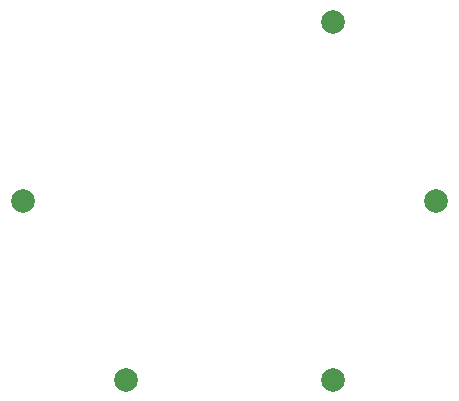
<source format=gbr>
%TF.GenerationSoftware,KiCad,Pcbnew,7.0.10-7.0.10~ubuntu20.04.1*%
%TF.CreationDate,2024-07-01T02:38:11+03:00*%
%TF.ProjectId,Tacho,54616368-6f2e-46b6-9963-61645f706362,rev?*%
%TF.SameCoordinates,Original*%
%TF.FileFunction,Soldermask,Bot*%
%TF.FilePolarity,Negative*%
%FSLAX46Y46*%
G04 Gerber Fmt 4.6, Leading zero omitted, Abs format (unit mm)*
G04 Created by KiCad (PCBNEW 7.0.10-7.0.10~ubuntu20.04.1) date 2024-07-01 02:38:11*
%MOMM*%
%LPD*%
G01*
G04 APERTURE LIST*
%ADD10C,2.000000*%
G04 APERTURE END LIST*
D10*
%TO.C,TP1*%
X117500000Y-100000000D03*
%TD*%
%TO.C,TP2*%
X82500000Y-100000000D03*
%TD*%
%TO.C,TP5*%
X108750000Y-84844555D03*
%TD*%
%TO.C,TP3*%
X91250000Y-115155445D03*
%TD*%
%TO.C,TP4*%
X108750000Y-115155445D03*
%TD*%
M02*

</source>
